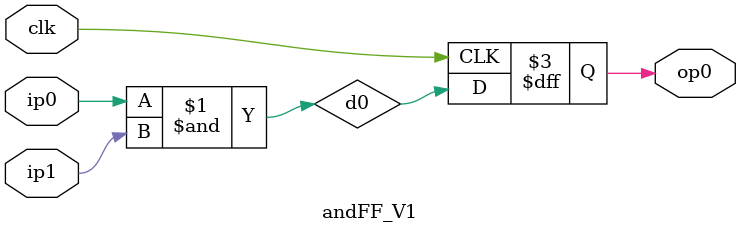
<source format=v>
`timescale 1ns/1ps

module andFF_V1(ip0, ip1, op0, clk);
  input ip0, ip1, clk;
  output op0;

  wire d0 = ip0 & ip1;
  reg op0;

  always @(posedge clk) begin
    op0 <= d0;
  end
endmodule
</source>
